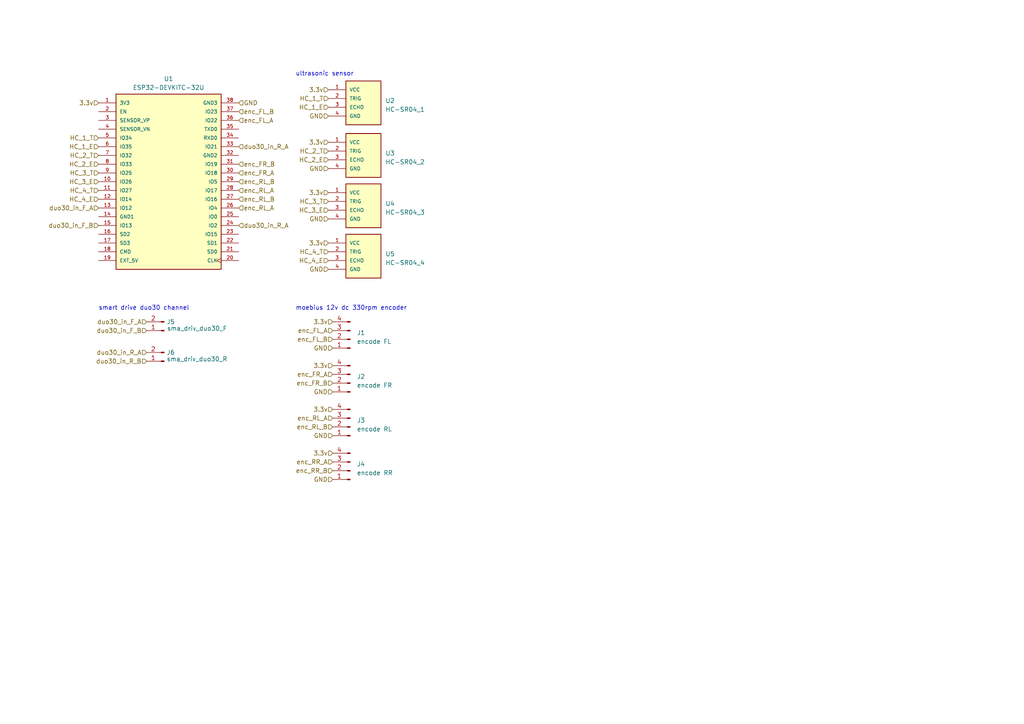
<source format=kicad_sch>
(kicad_sch (version 20230121) (generator eeschema)
  (paper "A4")
  (lib_symbols
    (symbol "Connector:Conn_01x02_Pin" (pin_names (offset 1.016) hide)
      (property "Reference" "J" (at 0 2.54 0))
      (property "Value" "Conn_01x02_Pin" (at 0 -5.08 0))
      (symbol "Conn_01x02_Pin_1_1"
        (polyline (pts (xy 1.27 -2.54) (xy 0.8636 -2.54)) (stroke (width 0.1524)))
        (polyline (pts (xy 1.27 0) (xy 0.8636 0)) (stroke (width 0.1524)))
        (rectangle (start 0.8636 -2.413) (end 0 -2.667) (stroke (width 0.1524)) (fill (type outline)))
        (rectangle (start 0.8636 0.127) (end 0 -0.127) (stroke (width 0.1524)) (fill (type outline)))
        (pin passive line (at 5.08 0 180) (length 3.81) (name "Pin_1") (number "1"))
        (pin passive line (at 5.08 -2.54 180) (length 3.81) (name "Pin_2") (number "2"))
      )
    )
    (symbol "Connector:Conn_01x04_Pin" (pin_names (offset 1.016) hide)
      (property "Reference" "J" (at 0 5.08 0))
      (property "Value" "Conn_01x04_Pin" (at 0 -7.62 0))
      (symbol "Conn_01x04_Pin_1_1"
        (polyline (pts (xy 1.27 -5.08) (xy 0.8636 -5.08)) (stroke (width 0.1524)))
        (polyline (pts (xy 1.27 -2.54) (xy 0.8636 -2.54)) (stroke (width 0.1524)))
        (polyline (pts (xy 1.27 0) (xy 0.8636 0)) (stroke (width 0.1524)))
        (polyline (pts (xy 1.27 2.54) (xy 0.8636 2.54)) (stroke (width 0.1524)))
        (rectangle (start 0.8636 -4.953) (end 0 -5.207) (stroke (width 0.1524)) (fill (type outline)))
        (rectangle (start 0.8636 -2.413) (end 0 -2.667) (stroke (width 0.1524)) (fill (type outline)))
        (rectangle (start 0.8636 0.127) (end 0 -0.127) (stroke (width 0.1524)) (fill (type outline)))
        (rectangle (start 0.8636 2.667) (end 0 2.413) (stroke (width 0.1524)) (fill (type outline)))
        (pin passive line (at 5.08 2.54 180) (length 3.81) (name "Pin_1") (number "1"))
        (pin passive line (at 5.08 0 180) (length 3.81) (name "Pin_2") (number "2"))
        (pin passive line (at 5.08 -2.54 180) (length 3.81) (name "Pin_3") (number "3"))
        (pin passive line (at 5.08 -5.08 180) (length 3.81) (name "Pin_4") (number "4"))
      )
    )
    (symbol "HC-SR04:HC-SR04" (pin_names (offset 1.016))
      (property "Reference" "U" (at 0 5.0813 0))
      (property "Value" "HC-SR04" (at 0 -10.163 0))
      (symbol "HC-SR04_0_0"
        (rectangle (start 0 -7.62) (end 10.16 5.08) (stroke (width 0.254)) (fill (type background)))
        (pin power_in line (at -5.08 2.54 0) (length 5.08) (name "VCC") (number "1"))
        (pin bidirectional line (at -5.08 0 0) (length 5.08) (name "TRIG") (number "2"))
        (pin bidirectional line (at -5.08 -2.54 0) (length 5.08) (name "ECHO") (number "3"))
        (pin power_in line (at -5.08 -5.08 0) (length 5.08) (name "GND") (number "4"))
      )
    )
    (symbol "esp32_devkit_32u:ESP32-DEVKITC-32U" (pin_names (offset 1.016))
      (property "Reference" "U" (at -15.2572 26.0643 0))
      (property "Value" "ESP32-DEVKITC-32U" (at -15.2563 -27.9698 0))
      (symbol "ESP32-DEVKITC-32U_0_0"
        (rectangle (start -15.24 -25.4) (end 15.24 25.4) (stroke (width 0.254)) (fill (type background)))
        (pin power_in line (at -20.32 22.86 0) (length 5.08) (name "3V3") (number "1"))
        (pin bidirectional line (at -20.32 0 0) (length 5.08) (name "IO26") (number "10"))
        (pin bidirectional line (at -20.32 -2.54 0) (length 5.08) (name "IO27") (number "11"))
        (pin bidirectional line (at -20.32 -5.08 0) (length 5.08) (name "IO14") (number "12"))
        (pin bidirectional line (at -20.32 -7.62 0) (length 5.08) (name "IO12") (number "13"))
        (pin power_in line (at -20.32 -10.16 0) (length 5.08) (name "GND1") (number "14"))
        (pin bidirectional line (at -20.32 -12.7 0) (length 5.08) (name "IO13") (number "15"))
        (pin bidirectional line (at -20.32 -15.24 0) (length 5.08) (name "SD2") (number "16"))
        (pin bidirectional line (at -20.32 -17.78 0) (length 5.08) (name "SD3") (number "17"))
        (pin bidirectional line (at -20.32 -20.32 0) (length 5.08) (name "CMD") (number "18"))
        (pin power_in line (at -20.32 -22.86 0) (length 5.08) (name "EXT_5V") (number "19"))
        (pin input line (at -20.32 20.32 0) (length 5.08) (name "EN") (number "2"))
        (pin input clock (at 20.32 -22.86 180) (length 5.08) (name "CLK") (number "20"))
        (pin bidirectional line (at 20.32 -20.32 180) (length 5.08) (name "SD0") (number "21"))
        (pin bidirectional line (at 20.32 -17.78 180) (length 5.08) (name "SD1") (number "22"))
        (pin bidirectional line (at 20.32 -15.24 180) (length 5.08) (name "IO15") (number "23"))
        (pin bidirectional line (at 20.32 -12.7 180) (length 5.08) (name "IO2") (number "24"))
        (pin bidirectional line (at 20.32 -10.16 180) (length 5.08) (name "IO0") (number "25"))
        (pin bidirectional line (at 20.32 -7.62 180) (length 5.08) (name "IO4") (number "26"))
        (pin bidirectional line (at 20.32 -5.08 180) (length 5.08) (name "IO16") (number "27"))
        (pin bidirectional line (at 20.32 -2.54 180) (length 5.08) (name "IO17") (number "28"))
        (pin bidirectional line (at 20.32 0 180) (length 5.08) (name "IO5") (number "29"))
        (pin input line (at -20.32 17.78 0) (length 5.08) (name "SENSOR_VP") (number "3"))
        (pin bidirectional line (at 20.32 2.54 180) (length 5.08) (name "IO18") (number "30"))
        (pin bidirectional line (at 20.32 5.08 180) (length 5.08) (name "IO19") (number "31"))
        (pin power_in line (at 20.32 7.62 180) (length 5.08) (name "GND2") (number "32"))
        (pin bidirectional line (at 20.32 10.16 180) (length 5.08) (name "IO21") (number "33"))
        (pin input line (at 20.32 12.7 180) (length 5.08) (name "RXD0") (number "34"))
        (pin output line (at 20.32 15.24 180) (length 5.08) (name "TXD0") (number "35"))
        (pin bidirectional line (at 20.32 17.78 180) (length 5.08) (name "IO22") (number "36"))
        (pin bidirectional line (at 20.32 20.32 180) (length 5.08) (name "IO23") (number "37"))
        (pin power_in line (at 20.32 22.86 180) (length 5.08) (name "GND3") (number "38"))
        (pin input line (at -20.32 15.24 0) (length 5.08) (name "SENSOR_VN") (number "4"))
        (pin bidirectional line (at -20.32 12.7 0) (length 5.08) (name "IO34") (number "5"))
        (pin bidirectional line (at -20.32 10.16 0) (length 5.08) (name "IO35") (number "6"))
        (pin bidirectional line (at -20.32 7.62 0) (length 5.08) (name "IO32") (number "7"))
        (pin bidirectional line (at -20.32 5.08 0) (length 5.08) (name "IO33") (number "8"))
        (pin bidirectional line (at -20.32 2.54 0) (length 5.08) (name "IO25") (number "9"))
      )
    )
  )
  (text "moebius 12v dc 330rpm encoder\n" (at 85.725 90.17 0) (effects (font (size 1.27 1.27)) (justify left bottom)))
  (text "ultrasonic sensor" (at 85.725 22.225 0) (effects (font (size 1.27 1.27)) (justify left bottom)))
  (text "smart drive duo30 channel\n" (at 28.575 90.17 0) (effects (font (size 1.27 1.27)) (justify left bottom)))
  (hierarchical_label "3.3v" (shape input) (at 95.25 41.275 180))
  (hierarchical_label "duo30_in_F_A" (shape input) (at 42.545 93.345 180))
  (hierarchical_label "3.3v" (shape input) (at 28.575 29.845 180))
  (hierarchical_label "HC_1_T" (shape input) (at 95.25 28.575 180))
  (hierarchical_label "3.3v" (shape input) (at 96.52 106.045 180))
  (hierarchical_label "enc_FL_B" (shape input) (at 69.215 32.385 0))
  (hierarchical_label "enc_RL_B" (shape input) (at 96.52 123.825 180))
  (hierarchical_label "duo30_in_R_A" (shape input) (at 69.215 65.405 0))
  (hierarchical_label "enc_RR_A" (shape input) (at 96.52 133.985 180))
  (hierarchical_label "HC_1_T" (shape input) (at 28.575 40.005 180))
  (hierarchical_label "3.3v" (shape input) (at 95.25 70.485 180))
  (hierarchical_label "HC_2_E" (shape input) (at 95.25 46.355 180))
  (hierarchical_label "GND" (shape input) (at 95.25 33.655 180))
  (hierarchical_label "enc_RL_A" (shape input) (at 69.215 55.245 0))
  (hierarchical_label "duo30_in_F_B" (shape input) (at 42.545 95.885 180))
  (hierarchical_label "HC_3_T" (shape input) (at 95.25 58.42 180))
  (hierarchical_label "GND" (shape input) (at 96.52 100.965 180))
  (hierarchical_label "3.3v" (shape input) (at 95.25 55.88 180))
  (hierarchical_label "GND" (shape input) (at 96.52 139.065 180))
  (hierarchical_label "enc_RL_B" (shape input) (at 69.215 52.705 0))
  (hierarchical_label "GND" (shape input) (at 95.25 48.895 180))
  (hierarchical_label "enc_FR_B" (shape input) (at 69.215 47.625 0))
  (hierarchical_label "HC_4_T" (shape input) (at 28.575 55.245 180))
  (hierarchical_label "duo30_in_R_B" (shape input) (at 42.545 104.775 180))
  (hierarchical_label "HC_4_E" (shape input) (at 28.575 57.785 180))
  (hierarchical_label "enc_FL_A" (shape input) (at 69.215 34.925 0))
  (hierarchical_label "enc_FL_B" (shape input) (at 96.52 98.425 180))
  (hierarchical_label "3.3v" (shape input) (at 95.25 26.035 180))
  (hierarchical_label "3.3v" (shape input) (at 96.52 131.445 180))
  (hierarchical_label "3.3v" (shape input) (at 96.52 118.745 180))
  (hierarchical_label "HC_4_E" (shape input) (at 95.25 75.565 180))
  (hierarchical_label "HC_3_E" (shape input) (at 95.25 60.96 180))
  (hierarchical_label "enc_FR_B" (shape input) (at 96.52 111.125 180))
  (hierarchical_label "duo30_in_R_A" (shape input) (at 42.545 102.235 180))
  (hierarchical_label "enc_RL_B" (shape input) (at 69.215 57.785 0))
  (hierarchical_label "enc_FL_A" (shape input) (at 96.52 95.885 180))
  (hierarchical_label "HC_2_T" (shape input) (at 95.25 43.815 180))
  (hierarchical_label "HC_1_E" (shape input) (at 95.25 31.115 180))
  (hierarchical_label "GND" (shape input) (at 95.25 78.105 180))
  (hierarchical_label "HC_4_T" (shape input) (at 95.25 73.025 180))
  (hierarchical_label "duo30_in_R_A" (shape input) (at 69.215 42.545 0))
  (hierarchical_label "enc_RL_A" (shape input) (at 69.215 60.325 0))
  (hierarchical_label "duo30_in_F_A" (shape input) (at 28.575 60.325 180))
  (hierarchical_label "HC_3_E" (shape input) (at 28.575 52.705 180))
  (hierarchical_label "enc_RL_A" (shape input) (at 96.52 121.285 180))
  (hierarchical_label "HC_2_E" (shape input) (at 28.575 47.625 180))
  (hierarchical_label "3.3v" (shape input) (at 96.52 93.345 180))
  (hierarchical_label "enc_FR_A" (shape input) (at 69.215 50.165 0))
  (hierarchical_label "enc_RR_B" (shape input) (at 96.52 136.525 180))
  (hierarchical_label "enc_FR_A" (shape input) (at 96.52 108.585 180))
  (hierarchical_label "GND" (shape input) (at 96.52 126.365 180))
  (hierarchical_label "GND" (shape input) (at 95.25 63.5 180))
  (hierarchical_label "HC_3_T" (shape input) (at 28.575 50.165 180))
  (hierarchical_label "GND" (shape input) (at 96.52 113.665 180))
  (hierarchical_label "GND" (shape input) (at 69.215 29.845 0))
  (hierarchical_label "HC_1_E" (shape input) (at 28.575 42.545 180))
  (hierarchical_label "HC_2_T" (shape input) (at 28.575 45.085 180))
  (hierarchical_label "duo30_in_F_B" (shape input) (at 28.575 65.405 180))
  (symbol (lib_id "Connector:Conn_01x04_Pin") (at 101.6 136.525 180) (unit 1)
    (property "Reference" "J4" (at 103.505 134.62 0) (effects (justify right)))
    (property "Value" "encode RR" (at 103.505 137.16 0) (effects (justify right)))
  )
  (symbol (lib_id "HC-SR04:HC-SR04") (at 100.33 28.575 0) (unit 1)
    (property "Reference" "U2" (at 111.76 29.21 0) (effects (justify left)))
    (property "Value" "HC-SR04_1" (at 111.76 31.75 0) (effects (justify left)))
    (property "Footprint" "XCVR_HC-SR04" (effects hide))
    (property "MANUFACTURER" "Osepp" (effects hide))
  )
  (symbol (lib_id "Connector:Conn_01x04_Pin") (at 101.6 123.825 180) (unit 1)
    (property "Reference" "J3" (at 103.505 121.92 0) (effects (justify right)))
    (property "Value" "encode RL" (at 103.505 124.46 0) (effects (justify right)))
  )
  (symbol (lib_id "HC-SR04:HC-SR04") (at 100.33 58.42 0) (unit 1)
    (property "Reference" "U4" (at 111.76 59.055 0) (effects (justify left)))
    (property "Value" "HC-SR04_3" (at 111.76 61.595 0) (effects (justify left)))
    (property "Footprint" "XCVR_HC-SR04" (effects hide))
    (property "MANUFACTURER" "Osepp" (effects hide))
  )
  (symbol (lib_id "Connector:Conn_01x02_Pin") (at 47.625 104.775 180) (unit 1)
    (property "Reference" "J6" (at 49.53 102.235 0))
    (property "Value" "sma_driv_duo30_R" (at 57.15 104.14 0))
  )
  (symbol (lib_id "Connector:Conn_01x04_Pin") (at 101.6 111.125 180) (unit 1)
    (property "Reference" "J2" (at 103.505 109.22 0) (effects (justify right)))
    (property "Value" "encode FR" (at 103.505 111.76 0) (effects (justify right)))
  )
  (symbol (lib_id "HC-SR04:HC-SR04") (at 100.33 73.025 0) (unit 1)
    (property "Reference" "U5" (at 111.76 73.66 0) (effects (justify left)))
    (property "Value" "HC-SR04_4" (at 111.76 76.2 0) (effects (justify left)))
    (property "Footprint" "XCVR_HC-SR04" (effects hide))
    (property "MANUFACTURER" "Osepp" (effects hide))
  )
  (symbol (lib_id "HC-SR04:HC-SR04") (at 100.33 43.815 0) (unit 1)
    (property "Reference" "U3" (at 111.76 44.45 0) (effects (justify left)))
    (property "Value" "HC-SR04_2" (at 111.76 46.99 0) (effects (justify left)))
    (property "Footprint" "XCVR_HC-SR04" (effects hide))
    (property "MANUFACTURER" "Osepp" (effects hide))
  )
  (symbol (lib_id "Connector:Conn_01x02_Pin") (at 47.625 95.885 180) (unit 1)
    (property "Reference" "J5" (at 49.53 93.345 0))
    (property "Value" "sma_driv_duo30_F" (at 57.15 95.25 0))
  )
  (symbol (lib_id "Connector:Conn_01x04_Pin") (at 101.6 98.425 180) (unit 1)
    (property "Reference" "J1" (at 103.505 96.52 0) (effects (justify right)))
    (property "Value" "encode FL" (at 103.505 99.06 0) (effects (justify right)))
  )
  (symbol (lib_id "esp32_devkit_32u:ESP32-DEVKITC-32U") (at 48.895 52.705 0) (unit 1)
    (property "Reference" "U1" (at 48.895 22.86 0))
    (property "Value" "ESP32-DEVKITC-32U" (at 48.895 25.4 0))
    (property "Footprint" "ESP32-DEVKITC-32U:MODULE_ESP32-DEVKITC-32U" (effects hide))
    (property "MF" "Espressif Systems" (effects hide))
    (property "Description" "\nESP32-WROOM-32UE series Transceiver; 802.11 b/g/n (Wi-Fi, WiFi, WLAN), Bluetooth® Smart Ready 4.x Dual Mode Evaluation Board\n" (effects hide))
    (property "Package" "CUSTOM-38 ESPRESSIF" (effects hide))
    (property "Price" "None" (effects hide))
    (property "Check_prices" "https://www.snapeda.com/parts/ESP32-DEVKITC-32U/Espressif+Systems/view-part/?ref=eda" (effects hide))
    (property "STANDARD" "Manufacturer Recommendations" (effects hide))
    (property "PARTREV" "N/A" (effects hide))
    (property "SnapEDA_Link" "https://www.snapeda.com/parts/ESP32-DEVKITC-32U/Espressif+Systems/view-part/?ref=snap" (effects hide))
    (property "MP" "ESP32-DEVKITC-32U" (effects hide))
    (property "Purchase-URL" "https://www.snapeda.com/api/url_track_click_mouser/?unipart_id=2781909&manufacturer=Espressif Systems&part_name=ESP32-DEVKITC-32U&search_term=None" (effects hide))
    (property "Availability" "In Stock" (effects hide))
    (property "MANUFACTURER" "ESPRESSIF" (effects hide))
  )
)
</source>
